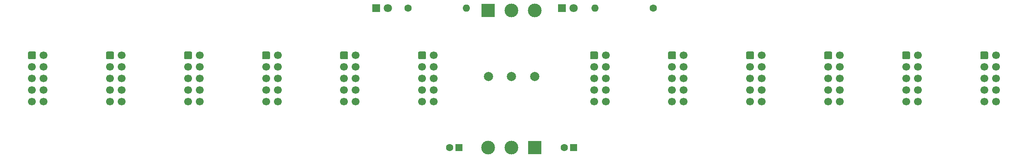
<source format=gbs>
G04 #@! TF.GenerationSoftware,KiCad,Pcbnew,7.0.7-7.0.7~ubuntu22.04.1*
G04 #@! TF.CreationDate,2023-09-23T23:40:23+02:00*
G04 #@! TF.ProjectId,Distrib,44697374-7269-4622-9e6b-696361645f70,rev?*
G04 #@! TF.SameCoordinates,Original*
G04 #@! TF.FileFunction,Soldermask,Bot*
G04 #@! TF.FilePolarity,Negative*
%FSLAX46Y46*%
G04 Gerber Fmt 4.6, Leading zero omitted, Abs format (unit mm)*
G04 Created by KiCad (PCBNEW 7.0.7-7.0.7~ubuntu22.04.1) date 2023-09-23 23:40:23*
%MOMM*%
%LPD*%
G01*
G04 APERTURE LIST*
%ADD10R,1.800000X1.800000*%
%ADD11C,1.800000*%
%ADD12C,1.700000*%
%ADD13C,1.600000*%
%ADD14O,1.600000X1.600000*%
%ADD15C,2.000000*%
%ADD16R,3.000000X3.000000*%
%ADD17C,3.000000*%
%ADD18R,1.600000X1.600000*%
G04 APERTURE END LIST*
D10*
X111000000Y-55500000D03*
D11*
X113540000Y-55500000D03*
G36*
G01*
X242610000Y-66440000D02*
X242610000Y-65240000D01*
G75*
G02*
X242860000Y-64990000I250000J0D01*
G01*
X244060000Y-64990000D01*
G75*
G02*
X244310000Y-65240000I0J-250000D01*
G01*
X244310000Y-66440000D01*
G75*
G02*
X244060000Y-66690000I-250000J0D01*
G01*
X242860000Y-66690000D01*
G75*
G02*
X242610000Y-66440000I0J250000D01*
G01*
G37*
D12*
X246000000Y-65840000D03*
X243460000Y-68380000D03*
X246000000Y-68380000D03*
X243460000Y-70920000D03*
X246000000Y-70920000D03*
X243460000Y-73460000D03*
X246000000Y-73460000D03*
X243460000Y-76000000D03*
X246000000Y-76000000D03*
D13*
X117925000Y-55500000D03*
D14*
X130625000Y-55500000D03*
D15*
X140500000Y-70500000D03*
X145500000Y-70500000D03*
X135500000Y-70500000D03*
D10*
X151500000Y-55500000D03*
D11*
X154040000Y-55500000D03*
D13*
X171350000Y-55500000D03*
D14*
X158650000Y-55500000D03*
G36*
G01*
X35150000Y-66440000D02*
X35150000Y-65240000D01*
G75*
G02*
X35400000Y-64990000I250000J0D01*
G01*
X36600000Y-64990000D01*
G75*
G02*
X36850000Y-65240000I0J-250000D01*
G01*
X36850000Y-66440000D01*
G75*
G02*
X36600000Y-66690000I-250000J0D01*
G01*
X35400000Y-66690000D01*
G75*
G02*
X35150000Y-66440000I0J250000D01*
G01*
G37*
D12*
X38540000Y-65840000D03*
X36000000Y-68380000D03*
X38540000Y-68380000D03*
X36000000Y-70920000D03*
X38540000Y-70920000D03*
X36000000Y-73460000D03*
X38540000Y-73460000D03*
X36000000Y-76000000D03*
X38540000Y-76000000D03*
G36*
G01*
X174610000Y-66440000D02*
X174610000Y-65240000D01*
G75*
G02*
X174860000Y-64990000I250000J0D01*
G01*
X176060000Y-64990000D01*
G75*
G02*
X176310000Y-65240000I0J-250000D01*
G01*
X176310000Y-66440000D01*
G75*
G02*
X176060000Y-66690000I-250000J0D01*
G01*
X174860000Y-66690000D01*
G75*
G02*
X174610000Y-66440000I0J250000D01*
G01*
G37*
X178000000Y-65840000D03*
X175460000Y-68380000D03*
X178000000Y-68380000D03*
X175460000Y-70920000D03*
X178000000Y-70920000D03*
X175460000Y-73460000D03*
X178000000Y-73460000D03*
X175460000Y-76000000D03*
X178000000Y-76000000D03*
D16*
X135420000Y-56000000D03*
D17*
X140500000Y-56000000D03*
X145580000Y-56000000D03*
D18*
X154000000Y-86000000D03*
D13*
X152000000Y-86000000D03*
G36*
G01*
X86150000Y-66440000D02*
X86150000Y-65240000D01*
G75*
G02*
X86400000Y-64990000I250000J0D01*
G01*
X87600000Y-64990000D01*
G75*
G02*
X87850000Y-65240000I0J-250000D01*
G01*
X87850000Y-66440000D01*
G75*
G02*
X87600000Y-66690000I-250000J0D01*
G01*
X86400000Y-66690000D01*
G75*
G02*
X86150000Y-66440000I0J250000D01*
G01*
G37*
D12*
X89540000Y-65840000D03*
X87000000Y-68380000D03*
X89540000Y-68380000D03*
X87000000Y-70920000D03*
X89540000Y-70920000D03*
X87000000Y-73460000D03*
X89540000Y-73460000D03*
X87000000Y-76000000D03*
X89540000Y-76000000D03*
G36*
G01*
X208610000Y-66440000D02*
X208610000Y-65240000D01*
G75*
G02*
X208860000Y-64990000I250000J0D01*
G01*
X210060000Y-64990000D01*
G75*
G02*
X210310000Y-65240000I0J-250000D01*
G01*
X210310000Y-66440000D01*
G75*
G02*
X210060000Y-66690000I-250000J0D01*
G01*
X208860000Y-66690000D01*
G75*
G02*
X208610000Y-66440000I0J250000D01*
G01*
G37*
X212000000Y-65840000D03*
X209460000Y-68380000D03*
X212000000Y-68380000D03*
X209460000Y-70920000D03*
X212000000Y-70920000D03*
X209460000Y-73460000D03*
X212000000Y-73460000D03*
X209460000Y-76000000D03*
X212000000Y-76000000D03*
G36*
G01*
X120150000Y-66440000D02*
X120150000Y-65240000D01*
G75*
G02*
X120400000Y-64990000I250000J0D01*
G01*
X121600000Y-64990000D01*
G75*
G02*
X121850000Y-65240000I0J-250000D01*
G01*
X121850000Y-66440000D01*
G75*
G02*
X121600000Y-66690000I-250000J0D01*
G01*
X120400000Y-66690000D01*
G75*
G02*
X120150000Y-66440000I0J250000D01*
G01*
G37*
X123540000Y-65840000D03*
X121000000Y-68380000D03*
X123540000Y-68380000D03*
X121000000Y-70920000D03*
X123540000Y-70920000D03*
X121000000Y-73460000D03*
X123540000Y-73460000D03*
X121000000Y-76000000D03*
X123540000Y-76000000D03*
G36*
G01*
X191610000Y-66440000D02*
X191610000Y-65240000D01*
G75*
G02*
X191860000Y-64990000I250000J0D01*
G01*
X193060000Y-64990000D01*
G75*
G02*
X193310000Y-65240000I0J-250000D01*
G01*
X193310000Y-66440000D01*
G75*
G02*
X193060000Y-66690000I-250000J0D01*
G01*
X191860000Y-66690000D01*
G75*
G02*
X191610000Y-66440000I0J250000D01*
G01*
G37*
X195000000Y-65840000D03*
X192460000Y-68380000D03*
X195000000Y-68380000D03*
X192460000Y-70920000D03*
X195000000Y-70920000D03*
X192460000Y-73460000D03*
X195000000Y-73460000D03*
X192460000Y-76000000D03*
X195000000Y-76000000D03*
G36*
G01*
X225610000Y-66440000D02*
X225610000Y-65240000D01*
G75*
G02*
X225860000Y-64990000I250000J0D01*
G01*
X227060000Y-64990000D01*
G75*
G02*
X227310000Y-65240000I0J-250000D01*
G01*
X227310000Y-66440000D01*
G75*
G02*
X227060000Y-66690000I-250000J0D01*
G01*
X225860000Y-66690000D01*
G75*
G02*
X225610000Y-66440000I0J250000D01*
G01*
G37*
X229000000Y-65840000D03*
X226460000Y-68380000D03*
X229000000Y-68380000D03*
X226460000Y-70920000D03*
X229000000Y-70920000D03*
X226460000Y-73460000D03*
X229000000Y-73460000D03*
X226460000Y-76000000D03*
X229000000Y-76000000D03*
D16*
X145580000Y-86000000D03*
D17*
X140500000Y-86000000D03*
X135420000Y-86000000D03*
G36*
G01*
X103150000Y-66440000D02*
X103150000Y-65240000D01*
G75*
G02*
X103400000Y-64990000I250000J0D01*
G01*
X104600000Y-64990000D01*
G75*
G02*
X104850000Y-65240000I0J-250000D01*
G01*
X104850000Y-66440000D01*
G75*
G02*
X104600000Y-66690000I-250000J0D01*
G01*
X103400000Y-66690000D01*
G75*
G02*
X103150000Y-66440000I0J250000D01*
G01*
G37*
D12*
X106540000Y-65840000D03*
X104000000Y-68380000D03*
X106540000Y-68380000D03*
X104000000Y-70920000D03*
X106540000Y-70920000D03*
X104000000Y-73460000D03*
X106540000Y-73460000D03*
X104000000Y-76000000D03*
X106540000Y-76000000D03*
D18*
X129000000Y-86000000D03*
D13*
X127000000Y-86000000D03*
G36*
G01*
X157610000Y-66440000D02*
X157610000Y-65240000D01*
G75*
G02*
X157860000Y-64990000I250000J0D01*
G01*
X159060000Y-64990000D01*
G75*
G02*
X159310000Y-65240000I0J-250000D01*
G01*
X159310000Y-66440000D01*
G75*
G02*
X159060000Y-66690000I-250000J0D01*
G01*
X157860000Y-66690000D01*
G75*
G02*
X157610000Y-66440000I0J250000D01*
G01*
G37*
D12*
X161000000Y-65840000D03*
X158460000Y-68380000D03*
X161000000Y-68380000D03*
X158460000Y-70920000D03*
X161000000Y-70920000D03*
X158460000Y-73460000D03*
X161000000Y-73460000D03*
X158460000Y-76000000D03*
X161000000Y-76000000D03*
G36*
G01*
X69150000Y-66440000D02*
X69150000Y-65240000D01*
G75*
G02*
X69400000Y-64990000I250000J0D01*
G01*
X70600000Y-64990000D01*
G75*
G02*
X70850000Y-65240000I0J-250000D01*
G01*
X70850000Y-66440000D01*
G75*
G02*
X70600000Y-66690000I-250000J0D01*
G01*
X69400000Y-66690000D01*
G75*
G02*
X69150000Y-66440000I0J250000D01*
G01*
G37*
X72540000Y-65840000D03*
X70000000Y-68380000D03*
X72540000Y-68380000D03*
X70000000Y-70920000D03*
X72540000Y-70920000D03*
X70000000Y-73460000D03*
X72540000Y-73460000D03*
X70000000Y-76000000D03*
X72540000Y-76000000D03*
G36*
G01*
X52150000Y-66440000D02*
X52150000Y-65240000D01*
G75*
G02*
X52400000Y-64990000I250000J0D01*
G01*
X53600000Y-64990000D01*
G75*
G02*
X53850000Y-65240000I0J-250000D01*
G01*
X53850000Y-66440000D01*
G75*
G02*
X53600000Y-66690000I-250000J0D01*
G01*
X52400000Y-66690000D01*
G75*
G02*
X52150000Y-66440000I0J250000D01*
G01*
G37*
X55540000Y-65840000D03*
X53000000Y-68380000D03*
X55540000Y-68380000D03*
X53000000Y-70920000D03*
X55540000Y-70920000D03*
X53000000Y-73460000D03*
X55540000Y-73460000D03*
X53000000Y-76000000D03*
X55540000Y-76000000D03*
M02*

</source>
